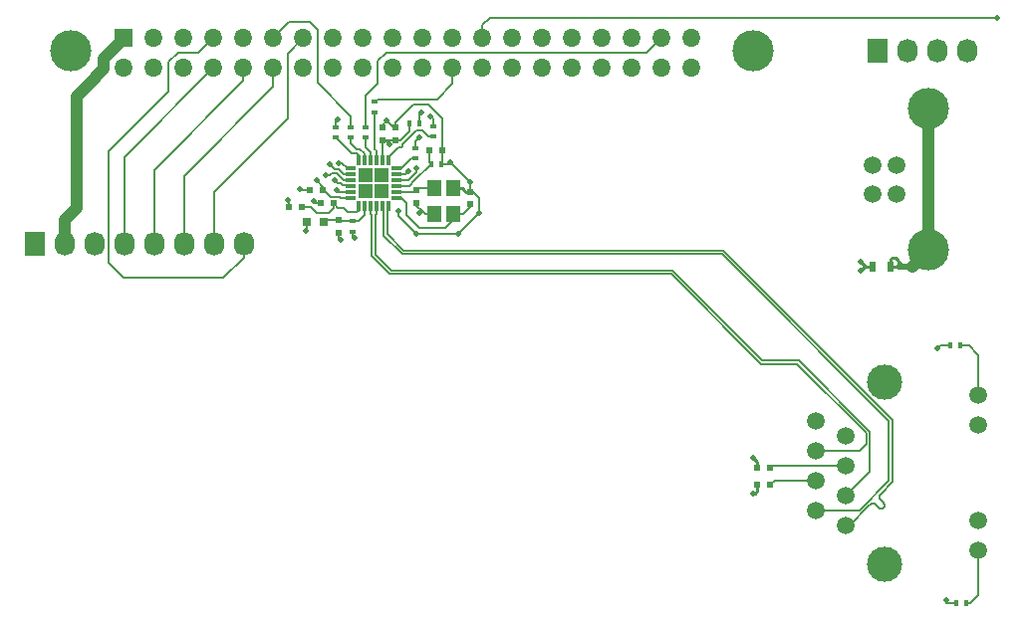
<source format=gbr>
G04 #@! TF.FileFunction,Copper,L1,Top,Signal*
%FSLAX46Y46*%
G04 Gerber Fmt 4.6, Leading zero omitted, Abs format (unit mm)*
G04 Created by KiCad (PCBNEW 4.0.7) date 09/09/17 19:19:23*
%MOMM*%
%LPD*%
G01*
G04 APERTURE LIST*
%ADD10C,0.100000*%
%ADD11R,0.600000X0.400000*%
%ADD12R,0.600000X0.500000*%
%ADD13R,0.800000X0.750000*%
%ADD14R,0.500000X0.600000*%
%ADD15R,0.500000X0.900000*%
%ADD16R,1.727200X2.032000*%
%ADD17O,1.727200X2.032000*%
%ADD18R,0.400000X0.600000*%
%ADD19R,1.150000X1.400000*%
%ADD20R,0.300000X0.850000*%
%ADD21R,0.850000X0.300000*%
%ADD22R,1.300000X1.300000*%
%ADD23C,3.500000*%
%ADD24C,1.500000*%
%ADD25O,1.550000X1.550000*%
%ADD26R,1.550000X1.550000*%
%ADD27C,3.000000*%
%ADD28C,0.500000*%
%ADD29C,0.150000*%
%ADD30C,0.250000*%
%ADD31C,1.000000*%
%ADD32C,0.500000*%
%ADD33C,0.200000*%
G04 APERTURE END LIST*
D10*
D11*
X147828000Y-96081000D03*
X147828000Y-95181000D03*
D12*
X182187400Y-124202200D03*
X181087400Y-124202200D03*
X182167400Y-125629200D03*
X181067400Y-125629200D03*
X153247000Y-97155000D03*
X154347000Y-97155000D03*
X144187000Y-100507800D03*
X143087000Y-100507800D03*
D13*
X144260000Y-103251000D03*
X142760000Y-103251000D03*
D14*
X145542000Y-103082000D03*
X145542000Y-104182000D03*
D12*
X145076000Y-101676200D03*
X143976000Y-101676200D03*
D14*
X152146000Y-100542000D03*
X152146000Y-101642000D03*
D12*
X142409000Y-101981000D03*
X141309000Y-101981000D03*
D14*
X149225000Y-96308000D03*
X149225000Y-95208000D03*
X156718000Y-101769000D03*
X156718000Y-100669000D03*
X150368000Y-96308000D03*
X150368000Y-95208000D03*
D15*
X192393000Y-107061000D03*
X190893000Y-107061000D03*
D16*
X191295020Y-88646000D03*
D17*
X193835020Y-88646000D03*
X196375020Y-88646000D03*
X198915020Y-88646000D03*
D18*
X198379000Y-113780000D03*
X197479000Y-113780000D03*
X198863400Y-135644200D03*
X197963400Y-135644200D03*
X153347000Y-98298000D03*
X154247000Y-98298000D03*
D11*
X145288000Y-95181000D03*
X145288000Y-96081000D03*
X146685000Y-103182000D03*
X146685000Y-104082000D03*
X148590000Y-93922000D03*
X148590000Y-93022000D03*
X146558000Y-96081000D03*
X146558000Y-95181000D03*
X153570000Y-95990000D03*
X153570000Y-95090000D03*
D19*
X155232000Y-102573000D03*
X153632000Y-102573000D03*
X153632000Y-100373000D03*
X155232000Y-100373000D03*
D11*
X152019000Y-97859000D03*
X152019000Y-96959000D03*
D20*
X147213000Y-101899000D03*
X147713000Y-101899000D03*
X148213000Y-101899000D03*
X148713000Y-101899000D03*
X149213000Y-101899000D03*
X149713000Y-101899000D03*
D21*
X150413000Y-101199000D03*
X150413000Y-100699000D03*
X150413000Y-100199000D03*
X150413000Y-99699000D03*
X150413000Y-99199000D03*
X150413000Y-98699000D03*
D20*
X149713000Y-97999000D03*
X149213000Y-97999000D03*
X148713000Y-97999000D03*
X148213000Y-97999000D03*
X147713000Y-97999000D03*
X147213000Y-97999000D03*
D21*
X146513000Y-98699000D03*
X146513000Y-99199000D03*
X146513000Y-99699000D03*
X146513000Y-100199000D03*
X146513000Y-100699000D03*
X146513000Y-101199000D03*
D22*
X149113000Y-99299000D03*
X147813000Y-99299000D03*
X149113000Y-100599000D03*
X147813000Y-100599000D03*
D23*
X195635880Y-93619120D03*
D24*
X192925880Y-100889120D03*
D23*
X195635880Y-105659120D03*
D24*
X192925880Y-98389120D03*
X190925880Y-98389120D03*
X190925880Y-100889120D03*
D25*
X175520000Y-90120000D03*
X175520000Y-87580000D03*
D23*
X180690000Y-88650000D03*
D26*
X127260000Y-87580000D03*
D25*
X127260000Y-90120000D03*
X129800000Y-87580000D03*
X129800000Y-90120000D03*
X132340000Y-87580000D03*
X132340000Y-90120000D03*
X134880000Y-87580000D03*
X134880000Y-90120000D03*
X137420000Y-87580000D03*
X137420000Y-90120000D03*
X139960000Y-87580000D03*
X139960000Y-90120000D03*
X142500000Y-87580000D03*
X142500000Y-90120000D03*
X145040000Y-87580000D03*
X145040000Y-90120000D03*
X147580000Y-87580000D03*
X147580000Y-90120000D03*
X150120000Y-87580000D03*
X150120000Y-90120000D03*
X152660000Y-87580000D03*
X152660000Y-90120000D03*
X155200000Y-87580000D03*
X155200000Y-90120000D03*
X157740000Y-87580000D03*
X157740000Y-90120000D03*
D23*
X122690000Y-88650000D03*
D25*
X160280000Y-87580000D03*
X162820000Y-87580000D03*
X165360000Y-87580000D03*
X167900000Y-87580000D03*
X170440000Y-87580000D03*
X172980000Y-87580000D03*
X160280000Y-90120000D03*
X162820000Y-90120000D03*
X165360000Y-90120000D03*
X167900000Y-90120000D03*
X170440000Y-90120000D03*
X172980000Y-90120000D03*
D16*
X119656860Y-105097420D03*
D17*
X122196860Y-105097420D03*
X124736860Y-105097420D03*
X127276860Y-105097420D03*
X129816860Y-105097420D03*
X132356860Y-105097420D03*
X134896860Y-105097420D03*
X137436860Y-105097420D03*
D27*
X191940000Y-116860000D03*
D24*
X186100000Y-127785000D03*
X199890000Y-131230000D03*
X199890000Y-128690000D03*
X199890000Y-117980000D03*
X199890000Y-120520000D03*
D27*
X191940000Y-132350000D03*
D24*
X186100000Y-125245000D03*
X186100000Y-122705000D03*
X186100000Y-120165000D03*
X188640000Y-129045000D03*
X188640000Y-126505000D03*
X188640000Y-123965000D03*
X188640000Y-121425000D03*
D18*
X151490000Y-94860000D03*
X152390000Y-94860000D03*
D28*
X189870000Y-106620000D03*
X189890000Y-107380000D03*
X145160000Y-99700000D03*
X155030000Y-98210000D03*
X150620000Y-102300000D03*
X201460000Y-85900000D03*
X180720000Y-126330000D03*
X180750000Y-123340000D03*
X149606000Y-94615000D03*
X157480000Y-102489000D03*
X155702000Y-104267000D03*
X152146000Y-104267000D03*
X147813000Y-99299000D03*
X147813000Y-100599000D03*
X149113000Y-100599000D03*
X149113000Y-99299000D03*
X156718000Y-99898200D03*
X152400000Y-102489000D03*
X142240000Y-100457000D03*
X141224000Y-101346000D03*
X142748000Y-104013000D03*
X143383000Y-101473000D03*
X145669000Y-104800400D03*
X143637000Y-99720400D03*
X196410000Y-114040000D03*
X197118000Y-135441000D03*
X146888200Y-104622600D03*
X149860000Y-96647000D03*
X145415000Y-94538800D03*
X145310000Y-100500000D03*
X151420000Y-98950000D03*
X152550000Y-93950000D03*
X152138380Y-98638360D03*
X152390000Y-96030002D03*
X153320000Y-94260000D03*
X144430000Y-99250000D03*
X144720000Y-98370000D03*
X145545301Y-98260741D03*
D29*
X188640000Y-123965000D02*
X182424600Y-123965000D01*
X182424600Y-123965000D02*
X182187400Y-124202200D01*
D30*
X189849200Y-106620000D02*
X189870000Y-106620000D01*
X189839600Y-106629600D02*
X189849200Y-106620000D01*
X190119999Y-106869999D02*
X189870000Y-106620000D01*
X190271000Y-107021000D02*
X190119999Y-106869999D01*
X190271000Y-107061000D02*
X190271000Y-107021000D01*
X190209000Y-107061000D02*
X190139999Y-107130001D01*
X190271000Y-107061000D02*
X190209000Y-107061000D01*
X190139999Y-107130001D02*
X189890000Y-107380000D01*
X190893000Y-107061000D02*
X190271000Y-107061000D01*
D29*
X146513000Y-100199000D02*
X146438001Y-100124001D01*
X145812999Y-100049010D02*
X145791026Y-100049010D01*
X146438001Y-100124001D02*
X145867999Y-100124001D01*
X145867999Y-100124001D02*
X145812999Y-100069001D01*
X145812999Y-100069001D02*
X145812999Y-100049010D01*
X145791026Y-100049010D02*
X145662016Y-99920000D01*
X145662016Y-99920000D02*
X145380000Y-99920000D01*
X145380000Y-99920000D02*
X145160000Y-99700000D01*
X154942000Y-98298000D02*
X155030000Y-98210000D01*
X155030000Y-98210200D02*
X155030000Y-98210000D01*
X156718000Y-99898200D02*
X155030000Y-98210200D01*
X154247000Y-98298000D02*
X154942000Y-98298000D01*
X154347000Y-97155000D02*
X154347000Y-94457000D01*
X154347000Y-94457000D02*
X153144999Y-93254999D01*
X153144999Y-93254999D02*
X151871001Y-93254999D01*
X151871001Y-93254999D02*
X150368000Y-94758000D01*
X150368000Y-94758000D02*
X150368000Y-95208000D01*
X150620000Y-102582842D02*
X150620000Y-102300000D01*
X150620000Y-102741000D02*
X150620000Y-102582842D01*
X152146000Y-104267000D02*
X150620000Y-102741000D01*
X158333985Y-85890000D02*
X201450000Y-85890000D01*
X201450000Y-85890000D02*
X201460000Y-85900000D01*
X157740000Y-87580000D02*
X157740000Y-86483985D01*
X157740000Y-86483985D02*
X158333985Y-85890000D01*
D30*
X180866600Y-126330000D02*
X180720000Y-126330000D01*
X181067400Y-126129200D02*
X180866600Y-126330000D01*
X181067400Y-125629200D02*
X181067400Y-126129200D01*
X180949999Y-123539999D02*
X180750000Y-123340000D01*
X181087400Y-123677400D02*
X180949999Y-123539999D01*
X181087400Y-124202200D02*
X181087400Y-123677400D01*
D29*
X150368000Y-95208000D02*
X150199000Y-95208000D01*
X150199000Y-95208000D02*
X149606000Y-94615000D01*
X149225000Y-94996000D02*
X149606000Y-94615000D01*
X154347000Y-97155000D02*
X154347000Y-98198000D01*
X154347000Y-98198000D02*
X154247000Y-98298000D01*
X156718000Y-100669000D02*
X156930000Y-100669000D01*
X156930000Y-100669000D02*
X157480000Y-101219000D01*
X155702000Y-104267000D02*
X152146000Y-104267000D01*
X157480000Y-102489000D02*
X155702000Y-104267000D01*
X157480000Y-101219000D02*
X157480000Y-102489000D01*
D30*
X156718000Y-100669000D02*
X156259440Y-100669000D01*
X155999000Y-100373000D02*
X155232000Y-100373000D01*
X156138880Y-100512880D02*
X155999000Y-100373000D01*
X156138880Y-100548440D02*
X156138880Y-100512880D01*
X156259440Y-100669000D02*
X156138880Y-100548440D01*
D29*
X149225000Y-95208000D02*
X149225000Y-94996000D01*
X156718000Y-100669000D02*
X156718000Y-99898200D01*
X152590500Y-102298500D02*
X152400000Y-102489000D01*
X153632000Y-102573000D02*
X152865000Y-102573000D01*
X152865000Y-102573000D02*
X152590500Y-102298500D01*
X152590500Y-102298500D02*
X152146000Y-101854000D01*
X152146000Y-101854000D02*
X152146000Y-101642000D01*
X143087000Y-100507800D02*
X142290800Y-100507800D01*
X142290800Y-100507800D02*
X142240000Y-100457000D01*
X141309000Y-101981000D02*
X141309000Y-101431000D01*
X141309000Y-101431000D02*
X141224000Y-101346000D01*
X142760000Y-103251000D02*
X142760000Y-104001000D01*
X142760000Y-104001000D02*
X142748000Y-104013000D01*
X143976000Y-101676200D02*
X143586200Y-101676200D01*
X143586200Y-101676200D02*
X143383000Y-101473000D01*
X145542000Y-104182000D02*
X145542000Y-104673400D01*
X145542000Y-104673400D02*
X145669000Y-104800400D01*
X150413000Y-100199000D02*
X151489600Y-100199000D01*
X151489600Y-100199000D02*
X151968200Y-99720400D01*
X151968200Y-99720400D02*
X151968200Y-99676800D01*
X151968200Y-99676800D02*
X153347000Y-98298000D01*
X153247000Y-97155000D02*
X153247000Y-98198000D01*
X153247000Y-98198000D02*
X153347000Y-98298000D01*
X146513000Y-101199000D02*
X145711000Y-101199000D01*
X145711000Y-101199000D02*
X145690000Y-101220000D01*
X145690000Y-101220000D02*
X145585002Y-101115002D01*
X145585002Y-101115002D02*
X144844202Y-101115002D01*
X144844202Y-101115002D02*
X144237000Y-100507800D01*
X144237000Y-100507800D02*
X144187000Y-100507800D01*
X144187000Y-100507800D02*
X144187000Y-100270400D01*
X144187000Y-100270400D02*
X143637000Y-99720400D01*
X145542000Y-103082000D02*
X144429000Y-103082000D01*
X144429000Y-103082000D02*
X144260000Y-103251000D01*
X146685000Y-103182000D02*
X145642000Y-103182000D01*
X145642000Y-103182000D02*
X145542000Y-103082000D01*
X147713000Y-101899000D02*
X147713000Y-102654800D01*
X147713000Y-102654800D02*
X147185800Y-103182000D01*
X147185800Y-103182000D02*
X146685000Y-103182000D01*
X145076000Y-101676200D02*
X145076000Y-102066000D01*
X145076000Y-102066000D02*
X144653000Y-102489000D01*
X144653000Y-102489000D02*
X143637000Y-102489000D01*
X143637000Y-102489000D02*
X143129000Y-101981000D01*
X143129000Y-101981000D02*
X142409000Y-101981000D01*
X145897600Y-102057200D02*
X145457000Y-102057200D01*
X145457000Y-102057200D02*
X145076000Y-101676200D01*
X147213000Y-101899000D02*
X147213000Y-102291200D01*
X147213000Y-102291200D02*
X147066000Y-102438200D01*
X147066000Y-102438200D02*
X146278600Y-102438200D01*
X146278600Y-102438200D02*
X145897600Y-102057200D01*
X196670000Y-113780000D02*
X196659999Y-113790001D01*
X196659999Y-113790001D02*
X196410000Y-114040000D01*
X196913000Y-113780000D02*
X196670000Y-113780000D01*
X150368000Y-96308000D02*
X150768000Y-96308000D01*
X150768000Y-96308000D02*
X151490000Y-95586000D01*
X151490000Y-95586000D02*
X151490000Y-95310000D01*
X151490000Y-95310000D02*
X151490000Y-94860000D01*
D31*
X122196860Y-105097420D02*
X122196860Y-103081420D01*
X122196860Y-103081420D02*
X123210000Y-102068280D01*
X123210000Y-102068280D02*
X123210000Y-92570000D01*
X125510000Y-89390000D02*
X127260000Y-87640000D01*
X127260000Y-87640000D02*
X127260000Y-87580000D01*
X125510000Y-90240000D02*
X125510000Y-89390000D01*
X124820000Y-90930000D02*
X125510000Y-90240000D01*
X124820000Y-90960000D02*
X124820000Y-90930000D01*
X123210000Y-92570000D02*
X124820000Y-90960000D01*
D29*
X197963400Y-135644200D02*
X197194200Y-135644200D01*
X197118000Y-135568000D02*
X197118000Y-135441000D01*
X197194200Y-135644200D02*
X197118000Y-135568000D01*
X197479000Y-113780000D02*
X196913000Y-113780000D01*
X146685000Y-104419400D02*
X146888200Y-104622600D01*
X146685000Y-104082000D02*
X146685000Y-104419400D01*
X149521000Y-96308000D02*
X149860000Y-96647000D01*
X149521000Y-96308000D02*
X149225000Y-96308000D01*
X145288000Y-95181000D02*
X145288000Y-94665800D01*
X145288000Y-94665800D02*
X145415000Y-94538800D01*
X149225000Y-96308000D02*
X150368000Y-96308000D01*
X149213000Y-97999000D02*
X149213000Y-96320000D01*
X149213000Y-96320000D02*
X149225000Y-96308000D01*
X145509000Y-100699000D02*
X145310000Y-100500000D01*
X146513000Y-100699000D02*
X145509000Y-100699000D01*
X151220001Y-99149999D02*
X151420000Y-98950000D01*
X151171000Y-99199000D02*
X151220001Y-99149999D01*
X150413000Y-99199000D02*
X151171000Y-99199000D01*
X152390000Y-94110000D02*
X152550000Y-93950000D01*
X152390000Y-94860000D02*
X152390000Y-94110000D01*
X150988000Y-99699000D02*
X150413000Y-99699000D01*
X152138380Y-98991913D02*
X151431293Y-99699000D01*
X151431293Y-99699000D02*
X150988000Y-99699000D01*
X152138380Y-98638360D02*
X152138380Y-98991913D01*
X150413000Y-99699000D02*
X151387620Y-99699000D01*
X151303800Y-99699000D02*
X150413000Y-99699000D01*
X134880000Y-90120000D02*
X127276860Y-97723140D01*
X127276860Y-97723140D02*
X127276860Y-105097420D01*
X137420000Y-90120000D02*
X137420000Y-91216015D01*
X137420000Y-91216015D02*
X129816860Y-98819155D01*
X129816860Y-98819155D02*
X129816860Y-105097420D01*
X152019000Y-96401002D02*
X152190001Y-96230001D01*
X152019000Y-96959000D02*
X152019000Y-96401002D01*
X152190001Y-96230001D02*
X152390000Y-96030002D01*
X172980000Y-87580000D02*
X172205001Y-88354999D01*
X172205001Y-88354999D02*
X172195001Y-88354999D01*
X172195001Y-88354999D02*
X171660000Y-88890000D01*
X149530000Y-88890000D02*
X148850000Y-89570000D01*
X171660000Y-88890000D02*
X149530000Y-88890000D01*
X148850000Y-89570000D02*
X148850000Y-91450000D01*
X148850000Y-91450000D02*
X147828000Y-92472000D01*
X147828000Y-92472000D02*
X147828000Y-94488000D01*
X147828000Y-94488000D02*
X147828000Y-95181000D01*
X153519999Y-94459999D02*
X153320000Y-94260000D01*
X153570000Y-94510000D02*
X153519999Y-94459999D01*
X153570000Y-95090000D02*
X153570000Y-94510000D01*
X146513000Y-99699000D02*
X145936004Y-99699000D01*
X145936004Y-99699000D02*
X145372002Y-99134998D01*
X145372002Y-99134998D02*
X144898555Y-99134998D01*
X144783553Y-99250000D02*
X144430000Y-99250000D01*
X144898555Y-99134998D02*
X144783553Y-99250000D01*
X145134987Y-98784987D02*
X144969999Y-98619999D01*
X145930994Y-99199000D02*
X145516981Y-98784987D01*
X144969999Y-98619999D02*
X144720000Y-98370000D01*
X145516981Y-98784987D02*
X145134987Y-98784987D01*
X146513000Y-99199000D02*
X145930994Y-99199000D01*
X145799741Y-98260741D02*
X145545301Y-98260741D01*
X146238000Y-98699000D02*
X145799741Y-98260741D01*
X146513000Y-98699000D02*
X146238000Y-98699000D01*
X148590000Y-93022000D02*
X148659000Y-93022000D01*
X148659000Y-93022000D02*
X148844000Y-92837000D01*
X155200000Y-91500000D02*
X155200000Y-90120000D01*
X148844000Y-92837000D02*
X153863000Y-92837000D01*
X153863000Y-92837000D02*
X155200000Y-91500000D01*
X147213000Y-97999000D02*
X147213000Y-97556000D01*
X147213000Y-97556000D02*
X147066000Y-97409000D01*
X147066000Y-97409000D02*
X146616000Y-97409000D01*
X146616000Y-97409000D02*
X145288000Y-96081000D01*
X148213000Y-97999000D02*
X148213000Y-97286000D01*
X148213000Y-97286000D02*
X147828000Y-96901000D01*
X147828000Y-96901000D02*
X147828000Y-96081000D01*
X148713000Y-97999000D02*
X148713000Y-97151000D01*
X148713000Y-97151000D02*
X148590000Y-97028000D01*
X148590000Y-97028000D02*
X148590000Y-93922000D01*
X149713000Y-97999000D02*
X149713000Y-97724000D01*
X149713000Y-97724000D02*
X150553999Y-96883001D01*
X150553999Y-96883001D02*
X150838001Y-96883001D01*
X150838001Y-96883001D02*
X150893001Y-96828001D01*
X150893001Y-96828001D02*
X150893001Y-96658010D01*
X152620000Y-95490000D02*
X153120000Y-95990000D01*
X150893001Y-96658010D02*
X150912978Y-96658010D01*
X150912978Y-96658010D02*
X152080988Y-95490000D01*
X153120000Y-95990000D02*
X153570000Y-95990000D01*
X152080988Y-95490000D02*
X152620000Y-95490000D01*
X150413000Y-98699000D02*
X150881400Y-98699000D01*
X150881400Y-98699000D02*
X151721400Y-97859000D01*
X151721400Y-97859000D02*
X152019000Y-97859000D01*
D30*
X193067940Y-106542840D02*
X193067940Y-106631740D01*
X193067940Y-106631740D02*
X193497200Y-107061000D01*
X193067940Y-107061000D02*
X193067940Y-106542840D01*
X192393000Y-106455780D02*
X192393000Y-107061000D01*
X192529460Y-106319320D02*
X192393000Y-106455780D01*
X192844420Y-106319320D02*
X192529460Y-106319320D01*
X193067940Y-106542840D02*
X192844420Y-106319320D01*
D32*
X194287240Y-107061000D02*
X193497200Y-107061000D01*
D31*
X194234000Y-107061000D02*
X195635880Y-105659120D01*
D30*
X194287240Y-107061000D02*
X194234000Y-107061000D01*
D32*
X193497200Y-107061000D02*
X193067940Y-107061000D01*
X193067940Y-107061000D02*
X193052700Y-107061000D01*
D30*
X193052700Y-107061000D02*
X192393000Y-107061000D01*
D31*
X195635880Y-105659120D02*
X195635880Y-93619120D01*
D29*
X139960000Y-87580000D02*
X141300000Y-86240000D01*
X143700000Y-91376000D02*
X146558000Y-94234000D01*
X141300000Y-86240000D02*
X143050000Y-86240000D01*
X143050000Y-86240000D02*
X143700000Y-86890000D01*
X143700000Y-86890000D02*
X143700000Y-91376000D01*
X146558000Y-94234000D02*
X146558000Y-95181000D01*
X146558000Y-96081000D02*
X146558000Y-96520000D01*
X146558000Y-96520000D02*
X147066000Y-97028000D01*
X147066000Y-97028000D02*
X147320000Y-97028000D01*
X147320000Y-97028000D02*
X147713000Y-97421000D01*
X147713000Y-97421000D02*
X147713000Y-97999000D01*
X148213000Y-101899000D02*
X148213000Y-102536500D01*
X190360000Y-122150000D02*
X189805000Y-122705000D01*
X148213000Y-102536500D02*
X148313000Y-102636500D01*
X148313000Y-102636500D02*
X148313000Y-106145132D01*
X149857868Y-107690000D02*
X173747868Y-107690000D01*
X148313000Y-106145132D02*
X149857868Y-107690000D01*
X173747868Y-107690000D02*
X181377868Y-115320000D01*
X181377868Y-115320000D02*
X184457868Y-115320000D01*
X184457868Y-115320000D02*
X190360000Y-121222132D01*
X190360000Y-121222132D02*
X190360000Y-122150000D01*
X189805000Y-122705000D02*
X186100000Y-122705000D01*
D33*
X148213000Y-101899000D02*
X148213001Y-101899001D01*
D29*
X148713000Y-101899000D02*
X148713000Y-102536500D01*
X190660000Y-124485000D02*
X188640000Y-126505000D01*
X148713000Y-102536500D02*
X148613000Y-102636500D01*
X148613000Y-102636500D02*
X148613000Y-106020868D01*
X173872132Y-107390000D02*
X181502132Y-115020000D01*
X148613000Y-106020868D02*
X149982132Y-107390000D01*
X190660000Y-121097868D02*
X190660000Y-124485000D01*
X149982132Y-107390000D02*
X173872132Y-107390000D01*
X181502132Y-115020000D02*
X184582132Y-115020000D01*
X184582132Y-115020000D02*
X190660000Y-121097868D01*
D33*
X148713000Y-101899000D02*
X148712999Y-101899001D01*
D29*
X191530001Y-126864264D02*
X191812844Y-127147107D01*
X191444020Y-126685721D02*
X191458968Y-126751216D01*
X191444019Y-126618543D02*
X191444020Y-126685721D01*
X191812844Y-127571371D02*
X191760322Y-127613257D01*
X191812844Y-127147107D02*
X191854729Y-127199630D01*
X149713000Y-101899000D02*
X149640000Y-101972000D01*
X191898826Y-127392829D02*
X191883876Y-127458324D01*
X191458969Y-126553048D02*
X191444019Y-126618543D01*
X149640000Y-101972000D02*
X149640000Y-104297854D01*
X188925000Y-129045000D02*
X188640000Y-129045000D01*
X149640000Y-104297854D02*
X151032135Y-105689989D01*
X151032135Y-105689989D02*
X178202136Y-105689989D01*
X178202136Y-105689989D02*
X192580011Y-120067864D01*
X192580011Y-120067864D02*
X192580011Y-125389989D01*
X191854728Y-127518850D02*
X191812844Y-127571371D01*
X192580011Y-125389989D02*
X191530000Y-126440000D01*
X191530000Y-126440000D02*
X191488115Y-126492523D01*
X191634302Y-127657353D02*
X191567122Y-127657354D01*
X191488115Y-126492523D02*
X191458969Y-126553048D01*
X191458968Y-126751216D02*
X191488116Y-126811741D01*
X191488116Y-126811741D02*
X191530001Y-126864264D01*
X191854729Y-127199630D02*
X191883877Y-127260156D01*
X191883876Y-127458324D02*
X191854728Y-127518850D01*
X191883877Y-127260156D02*
X191898825Y-127325651D01*
X191898825Y-127325651D02*
X191898826Y-127392829D01*
X191760322Y-127613257D02*
X191699795Y-127642405D01*
X191699795Y-127642405D02*
X191634302Y-127657353D01*
X190733995Y-127246645D02*
X190681473Y-127288528D01*
X191567122Y-127657354D02*
X191501629Y-127642404D01*
X191441102Y-127613258D02*
X191388580Y-127571371D01*
X191501629Y-127642404D02*
X191441102Y-127613258D01*
X191105738Y-127288529D02*
X191053215Y-127246644D01*
X191388580Y-127571371D02*
X191105738Y-127288529D01*
X191053215Y-127246644D02*
X190992689Y-127217496D01*
X190992689Y-127217496D02*
X190927194Y-127202548D01*
X190927194Y-127202548D02*
X190860016Y-127202547D01*
X190860016Y-127202547D02*
X190794521Y-127217497D01*
X190794521Y-127217497D02*
X190733995Y-127246645D01*
X190681473Y-127288528D02*
X190575408Y-127394592D01*
X190575408Y-127394592D02*
X188925000Y-129045000D01*
D33*
X149712999Y-101899001D02*
X149713000Y-101899000D01*
D29*
X149213000Y-101899000D02*
X149337999Y-102023999D01*
X149337999Y-102504001D02*
X149339990Y-102505992D01*
X192280000Y-120192132D02*
X192280000Y-125265722D01*
X149337999Y-102023999D02*
X149337999Y-102504001D01*
X149339990Y-102505992D02*
X149339990Y-104422122D01*
X149339990Y-104422122D02*
X150907867Y-105990000D01*
X150907867Y-105990000D02*
X178077868Y-105990000D01*
X192280000Y-125265722D02*
X189760722Y-127785000D01*
X178077868Y-105990000D02*
X192280000Y-120192132D01*
X189760722Y-127785000D02*
X187160660Y-127785000D01*
X187160660Y-127785000D02*
X186100000Y-127785000D01*
D33*
X149213001Y-101899001D02*
X149213000Y-101899000D01*
D29*
X150413000Y-100699000D02*
X151989000Y-100699000D01*
X151989000Y-100699000D02*
X152146000Y-100542000D01*
X153632000Y-100373000D02*
X152315000Y-100373000D01*
X152315000Y-100373000D02*
X152146000Y-100542000D01*
X150413000Y-101199000D02*
X150856000Y-101199000D01*
X150856000Y-101199000D02*
X151257000Y-101600000D01*
X151257000Y-101600000D02*
X151257000Y-102616000D01*
X151257000Y-102616000D02*
X152400000Y-103759000D01*
X152400000Y-103759000D02*
X154559000Y-103759000D01*
X154559000Y-103759000D02*
X155232000Y-103086000D01*
X155232000Y-103086000D02*
X155232000Y-102573000D01*
X156718000Y-101769000D02*
X156718000Y-101981000D01*
X156718000Y-101981000D02*
X156126000Y-102573000D01*
X156126000Y-102573000D02*
X155232000Y-102573000D01*
X137436860Y-105097420D02*
X137436860Y-106263420D01*
X137436860Y-106263420D02*
X135720280Y-107980000D01*
X135720280Y-107980000D02*
X127250000Y-107980000D01*
X127250000Y-107980000D02*
X125980000Y-106710000D01*
X125980000Y-106710000D02*
X125980000Y-97260000D01*
X125980000Y-97260000D02*
X131040000Y-92200000D01*
X131040000Y-92200000D02*
X131040000Y-90730002D01*
X131050001Y-89659999D02*
X131860000Y-88850000D01*
X131040000Y-90730002D02*
X131050001Y-90720001D01*
X133610000Y-88850000D02*
X134105001Y-88354999D01*
X131050001Y-90720001D02*
X131050001Y-89659999D01*
X131860000Y-88850000D02*
X133610000Y-88850000D01*
X134105001Y-88354999D02*
X134880000Y-87580000D01*
X132356860Y-99343140D02*
X139960000Y-91740000D01*
X139960000Y-91740000D02*
X139960000Y-90120000D01*
X132356860Y-105097420D02*
X132356860Y-99343140D01*
X141150000Y-94460000D02*
X134896860Y-100713140D01*
X134896860Y-100713140D02*
X134896860Y-105097420D01*
X141150000Y-88930000D02*
X141150000Y-94460000D01*
X142500000Y-87580000D02*
X141150000Y-88930000D01*
X199890000Y-131230000D02*
X199890000Y-134967600D01*
X199890000Y-134967600D02*
X199213400Y-135644200D01*
X199213400Y-135644200D02*
X198863400Y-135644200D01*
X198863400Y-135644200D02*
X198863400Y-135662400D01*
X198379000Y-113780000D02*
X199060000Y-113780000D01*
X199060000Y-113780000D02*
X199890000Y-114610000D01*
X199890000Y-114610000D02*
X199890000Y-117980000D01*
X186100000Y-125245000D02*
X182551600Y-125245000D01*
X182551600Y-125245000D02*
X182167400Y-125629200D01*
X182321600Y-125475000D02*
X182167400Y-125629200D01*
M02*

</source>
